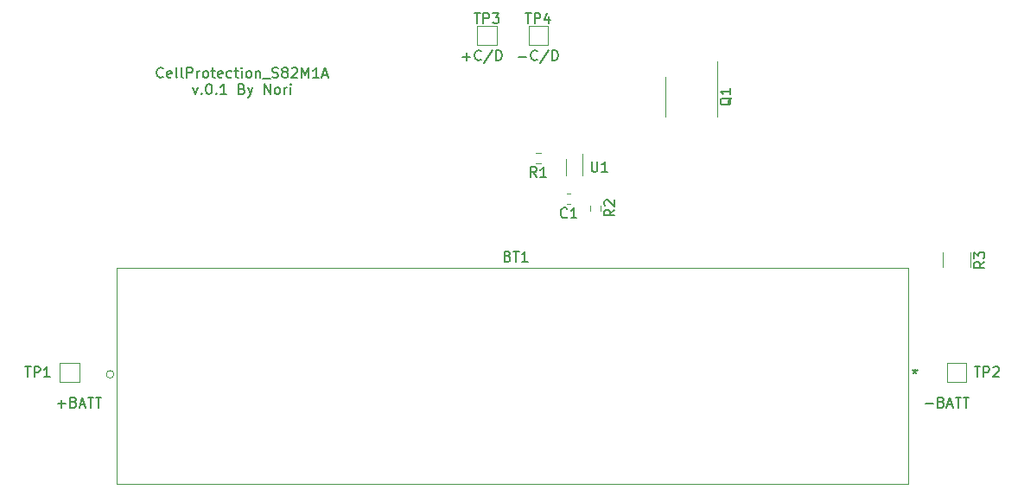
<source format=gto>
%TF.GenerationSoftware,KiCad,Pcbnew,(6.0.7)*%
%TF.CreationDate,2022-08-26T02:07:21+09:00*%
%TF.ProjectId,CellProtection_S82M1A,43656c6c-5072-46f7-9465-6374696f6e5f,rev?*%
%TF.SameCoordinates,Original*%
%TF.FileFunction,Legend,Top*%
%TF.FilePolarity,Positive*%
%FSLAX46Y46*%
G04 Gerber Fmt 4.6, Leading zero omitted, Abs format (unit mm)*
G04 Created by KiCad (PCBNEW (6.0.7)) date 2022-08-26 02:07:21*
%MOMM*%
%LPD*%
G01*
G04 APERTURE LIST*
%ADD10C,0.150000*%
%ADD11C,0.120000*%
G04 APERTURE END LIST*
D10*
X110738095Y-73052142D02*
X110690476Y-73099761D01*
X110547619Y-73147380D01*
X110452380Y-73147380D01*
X110309523Y-73099761D01*
X110214285Y-73004523D01*
X110166666Y-72909285D01*
X110119047Y-72718809D01*
X110119047Y-72575952D01*
X110166666Y-72385476D01*
X110214285Y-72290238D01*
X110309523Y-72195000D01*
X110452380Y-72147380D01*
X110547619Y-72147380D01*
X110690476Y-72195000D01*
X110738095Y-72242619D01*
X111547619Y-73099761D02*
X111452380Y-73147380D01*
X111261904Y-73147380D01*
X111166666Y-73099761D01*
X111119047Y-73004523D01*
X111119047Y-72623571D01*
X111166666Y-72528333D01*
X111261904Y-72480714D01*
X111452380Y-72480714D01*
X111547619Y-72528333D01*
X111595238Y-72623571D01*
X111595238Y-72718809D01*
X111119047Y-72814047D01*
X112166666Y-73147380D02*
X112071428Y-73099761D01*
X112023809Y-73004523D01*
X112023809Y-72147380D01*
X112690476Y-73147380D02*
X112595238Y-73099761D01*
X112547619Y-73004523D01*
X112547619Y-72147380D01*
X113071428Y-73147380D02*
X113071428Y-72147380D01*
X113452380Y-72147380D01*
X113547619Y-72195000D01*
X113595238Y-72242619D01*
X113642857Y-72337857D01*
X113642857Y-72480714D01*
X113595238Y-72575952D01*
X113547619Y-72623571D01*
X113452380Y-72671190D01*
X113071428Y-72671190D01*
X114071428Y-73147380D02*
X114071428Y-72480714D01*
X114071428Y-72671190D02*
X114119047Y-72575952D01*
X114166666Y-72528333D01*
X114261904Y-72480714D01*
X114357142Y-72480714D01*
X114833333Y-73147380D02*
X114738095Y-73099761D01*
X114690476Y-73052142D01*
X114642857Y-72956904D01*
X114642857Y-72671190D01*
X114690476Y-72575952D01*
X114738095Y-72528333D01*
X114833333Y-72480714D01*
X114976190Y-72480714D01*
X115071428Y-72528333D01*
X115119047Y-72575952D01*
X115166666Y-72671190D01*
X115166666Y-72956904D01*
X115119047Y-73052142D01*
X115071428Y-73099761D01*
X114976190Y-73147380D01*
X114833333Y-73147380D01*
X115452380Y-72480714D02*
X115833333Y-72480714D01*
X115595238Y-72147380D02*
X115595238Y-73004523D01*
X115642857Y-73099761D01*
X115738095Y-73147380D01*
X115833333Y-73147380D01*
X116547619Y-73099761D02*
X116452380Y-73147380D01*
X116261904Y-73147380D01*
X116166666Y-73099761D01*
X116119047Y-73004523D01*
X116119047Y-72623571D01*
X116166666Y-72528333D01*
X116261904Y-72480714D01*
X116452380Y-72480714D01*
X116547619Y-72528333D01*
X116595238Y-72623571D01*
X116595238Y-72718809D01*
X116119047Y-72814047D01*
X117452380Y-73099761D02*
X117357142Y-73147380D01*
X117166666Y-73147380D01*
X117071428Y-73099761D01*
X117023809Y-73052142D01*
X116976190Y-72956904D01*
X116976190Y-72671190D01*
X117023809Y-72575952D01*
X117071428Y-72528333D01*
X117166666Y-72480714D01*
X117357142Y-72480714D01*
X117452380Y-72528333D01*
X117738095Y-72480714D02*
X118119047Y-72480714D01*
X117880952Y-72147380D02*
X117880952Y-73004523D01*
X117928571Y-73099761D01*
X118023809Y-73147380D01*
X118119047Y-73147380D01*
X118452380Y-73147380D02*
X118452380Y-72480714D01*
X118452380Y-72147380D02*
X118404761Y-72195000D01*
X118452380Y-72242619D01*
X118500000Y-72195000D01*
X118452380Y-72147380D01*
X118452380Y-72242619D01*
X119071428Y-73147380D02*
X118976190Y-73099761D01*
X118928571Y-73052142D01*
X118880952Y-72956904D01*
X118880952Y-72671190D01*
X118928571Y-72575952D01*
X118976190Y-72528333D01*
X119071428Y-72480714D01*
X119214285Y-72480714D01*
X119309523Y-72528333D01*
X119357142Y-72575952D01*
X119404761Y-72671190D01*
X119404761Y-72956904D01*
X119357142Y-73052142D01*
X119309523Y-73099761D01*
X119214285Y-73147380D01*
X119071428Y-73147380D01*
X119833333Y-72480714D02*
X119833333Y-73147380D01*
X119833333Y-72575952D02*
X119880952Y-72528333D01*
X119976190Y-72480714D01*
X120119047Y-72480714D01*
X120214285Y-72528333D01*
X120261904Y-72623571D01*
X120261904Y-73147380D01*
X120500000Y-73242619D02*
X121261904Y-73242619D01*
X121452380Y-73099761D02*
X121595238Y-73147380D01*
X121833333Y-73147380D01*
X121928571Y-73099761D01*
X121976190Y-73052142D01*
X122023809Y-72956904D01*
X122023809Y-72861666D01*
X121976190Y-72766428D01*
X121928571Y-72718809D01*
X121833333Y-72671190D01*
X121642857Y-72623571D01*
X121547619Y-72575952D01*
X121500000Y-72528333D01*
X121452380Y-72433095D01*
X121452380Y-72337857D01*
X121500000Y-72242619D01*
X121547619Y-72195000D01*
X121642857Y-72147380D01*
X121880952Y-72147380D01*
X122023809Y-72195000D01*
X122595238Y-72575952D02*
X122500000Y-72528333D01*
X122452380Y-72480714D01*
X122404761Y-72385476D01*
X122404761Y-72337857D01*
X122452380Y-72242619D01*
X122500000Y-72195000D01*
X122595238Y-72147380D01*
X122785714Y-72147380D01*
X122880952Y-72195000D01*
X122928571Y-72242619D01*
X122976190Y-72337857D01*
X122976190Y-72385476D01*
X122928571Y-72480714D01*
X122880952Y-72528333D01*
X122785714Y-72575952D01*
X122595238Y-72575952D01*
X122500000Y-72623571D01*
X122452380Y-72671190D01*
X122404761Y-72766428D01*
X122404761Y-72956904D01*
X122452380Y-73052142D01*
X122500000Y-73099761D01*
X122595238Y-73147380D01*
X122785714Y-73147380D01*
X122880952Y-73099761D01*
X122928571Y-73052142D01*
X122976190Y-72956904D01*
X122976190Y-72766428D01*
X122928571Y-72671190D01*
X122880952Y-72623571D01*
X122785714Y-72575952D01*
X123357142Y-72242619D02*
X123404761Y-72195000D01*
X123500000Y-72147380D01*
X123738095Y-72147380D01*
X123833333Y-72195000D01*
X123880952Y-72242619D01*
X123928571Y-72337857D01*
X123928571Y-72433095D01*
X123880952Y-72575952D01*
X123309523Y-73147380D01*
X123928571Y-73147380D01*
X124357142Y-73147380D02*
X124357142Y-72147380D01*
X124690476Y-72861666D01*
X125023809Y-72147380D01*
X125023809Y-73147380D01*
X126023809Y-73147380D02*
X125452380Y-73147380D01*
X125738095Y-73147380D02*
X125738095Y-72147380D01*
X125642857Y-72290238D01*
X125547619Y-72385476D01*
X125452380Y-72433095D01*
X126404761Y-72861666D02*
X126880952Y-72861666D01*
X126309523Y-73147380D02*
X126642857Y-72147380D01*
X126976190Y-73147380D01*
X113666666Y-74090714D02*
X113904761Y-74757380D01*
X114142857Y-74090714D01*
X114523809Y-74662142D02*
X114571428Y-74709761D01*
X114523809Y-74757380D01*
X114476190Y-74709761D01*
X114523809Y-74662142D01*
X114523809Y-74757380D01*
X115190476Y-73757380D02*
X115285714Y-73757380D01*
X115380952Y-73805000D01*
X115428571Y-73852619D01*
X115476190Y-73947857D01*
X115523809Y-74138333D01*
X115523809Y-74376428D01*
X115476190Y-74566904D01*
X115428571Y-74662142D01*
X115380952Y-74709761D01*
X115285714Y-74757380D01*
X115190476Y-74757380D01*
X115095238Y-74709761D01*
X115047619Y-74662142D01*
X115000000Y-74566904D01*
X114952380Y-74376428D01*
X114952380Y-74138333D01*
X115000000Y-73947857D01*
X115047619Y-73852619D01*
X115095238Y-73805000D01*
X115190476Y-73757380D01*
X115952380Y-74662142D02*
X116000000Y-74709761D01*
X115952380Y-74757380D01*
X115904761Y-74709761D01*
X115952380Y-74662142D01*
X115952380Y-74757380D01*
X116952380Y-74757380D02*
X116380952Y-74757380D01*
X116666666Y-74757380D02*
X116666666Y-73757380D01*
X116571428Y-73900238D01*
X116476190Y-73995476D01*
X116380952Y-74043095D01*
X118476190Y-74233571D02*
X118619047Y-74281190D01*
X118666666Y-74328809D01*
X118714285Y-74424047D01*
X118714285Y-74566904D01*
X118666666Y-74662142D01*
X118619047Y-74709761D01*
X118523809Y-74757380D01*
X118142857Y-74757380D01*
X118142857Y-73757380D01*
X118476190Y-73757380D01*
X118571428Y-73805000D01*
X118619047Y-73852619D01*
X118666666Y-73947857D01*
X118666666Y-74043095D01*
X118619047Y-74138333D01*
X118571428Y-74185952D01*
X118476190Y-74233571D01*
X118142857Y-74233571D01*
X119047619Y-74090714D02*
X119285714Y-74757380D01*
X119523809Y-74090714D02*
X119285714Y-74757380D01*
X119190476Y-74995476D01*
X119142857Y-75043095D01*
X119047619Y-75090714D01*
X120666666Y-74757380D02*
X120666666Y-73757380D01*
X121238095Y-74757380D01*
X121238095Y-73757380D01*
X121857142Y-74757380D02*
X121761904Y-74709761D01*
X121714285Y-74662142D01*
X121666666Y-74566904D01*
X121666666Y-74281190D01*
X121714285Y-74185952D01*
X121761904Y-74138333D01*
X121857142Y-74090714D01*
X122000000Y-74090714D01*
X122095238Y-74138333D01*
X122142857Y-74185952D01*
X122190476Y-74281190D01*
X122190476Y-74566904D01*
X122142857Y-74662142D01*
X122095238Y-74709761D01*
X122000000Y-74757380D01*
X121857142Y-74757380D01*
X122619047Y-74757380D02*
X122619047Y-74090714D01*
X122619047Y-74281190D02*
X122666666Y-74185952D01*
X122714285Y-74138333D01*
X122809523Y-74090714D01*
X122904761Y-74090714D01*
X123238095Y-74757380D02*
X123238095Y-74090714D01*
X123238095Y-73757380D02*
X123190476Y-73805000D01*
X123238095Y-73852619D01*
X123285714Y-73805000D01*
X123238095Y-73757380D01*
X123238095Y-73852619D01*
X140095238Y-71071428D02*
X140857142Y-71071428D01*
X140476190Y-71452380D02*
X140476190Y-70690476D01*
X141904761Y-71357142D02*
X141857142Y-71404761D01*
X141714285Y-71452380D01*
X141619047Y-71452380D01*
X141476190Y-71404761D01*
X141380952Y-71309523D01*
X141333333Y-71214285D01*
X141285714Y-71023809D01*
X141285714Y-70880952D01*
X141333333Y-70690476D01*
X141380952Y-70595238D01*
X141476190Y-70500000D01*
X141619047Y-70452380D01*
X141714285Y-70452380D01*
X141857142Y-70500000D01*
X141904761Y-70547619D01*
X143047619Y-70404761D02*
X142190476Y-71690476D01*
X143380952Y-71452380D02*
X143380952Y-70452380D01*
X143619047Y-70452380D01*
X143761904Y-70500000D01*
X143857142Y-70595238D01*
X143904761Y-70690476D01*
X143952380Y-70880952D01*
X143952380Y-71023809D01*
X143904761Y-71214285D01*
X143857142Y-71309523D01*
X143761904Y-71404761D01*
X143619047Y-71452380D01*
X143380952Y-71452380D01*
X145595238Y-71071428D02*
X146357142Y-71071428D01*
X147404761Y-71357142D02*
X147357142Y-71404761D01*
X147214285Y-71452380D01*
X147119047Y-71452380D01*
X146976190Y-71404761D01*
X146880952Y-71309523D01*
X146833333Y-71214285D01*
X146785714Y-71023809D01*
X146785714Y-70880952D01*
X146833333Y-70690476D01*
X146880952Y-70595238D01*
X146976190Y-70500000D01*
X147119047Y-70452380D01*
X147214285Y-70452380D01*
X147357142Y-70500000D01*
X147404761Y-70547619D01*
X148547619Y-70404761D02*
X147690476Y-71690476D01*
X148880952Y-71452380D02*
X148880952Y-70452380D01*
X149119047Y-70452380D01*
X149261904Y-70500000D01*
X149357142Y-70595238D01*
X149404761Y-70690476D01*
X149452380Y-70880952D01*
X149452380Y-71023809D01*
X149404761Y-71214285D01*
X149357142Y-71309523D01*
X149261904Y-71404761D01*
X149119047Y-71452380D01*
X148880952Y-71452380D01*
X100428571Y-105071428D02*
X101190476Y-105071428D01*
X100809523Y-105452380D02*
X100809523Y-104690476D01*
X102000000Y-104928571D02*
X102142857Y-104976190D01*
X102190476Y-105023809D01*
X102238095Y-105119047D01*
X102238095Y-105261904D01*
X102190476Y-105357142D01*
X102142857Y-105404761D01*
X102047619Y-105452380D01*
X101666666Y-105452380D01*
X101666666Y-104452380D01*
X102000000Y-104452380D01*
X102095238Y-104500000D01*
X102142857Y-104547619D01*
X102190476Y-104642857D01*
X102190476Y-104738095D01*
X102142857Y-104833333D01*
X102095238Y-104880952D01*
X102000000Y-104928571D01*
X101666666Y-104928571D01*
X102619047Y-105166666D02*
X103095238Y-105166666D01*
X102523809Y-105452380D02*
X102857142Y-104452380D01*
X103190476Y-105452380D01*
X103380952Y-104452380D02*
X103952380Y-104452380D01*
X103666666Y-105452380D02*
X103666666Y-104452380D01*
X104142857Y-104452380D02*
X104714285Y-104452380D01*
X104428571Y-105452380D02*
X104428571Y-104452380D01*
X185428571Y-105071428D02*
X186190476Y-105071428D01*
X187000000Y-104928571D02*
X187142857Y-104976190D01*
X187190476Y-105023809D01*
X187238095Y-105119047D01*
X187238095Y-105261904D01*
X187190476Y-105357142D01*
X187142857Y-105404761D01*
X187047619Y-105452380D01*
X186666666Y-105452380D01*
X186666666Y-104452380D01*
X187000000Y-104452380D01*
X187095238Y-104500000D01*
X187142857Y-104547619D01*
X187190476Y-104642857D01*
X187190476Y-104738095D01*
X187142857Y-104833333D01*
X187095238Y-104880952D01*
X187000000Y-104928571D01*
X186666666Y-104928571D01*
X187619047Y-105166666D02*
X188095238Y-105166666D01*
X187523809Y-105452380D02*
X187857142Y-104452380D01*
X188190476Y-105452380D01*
X188380952Y-104452380D02*
X188952380Y-104452380D01*
X188666666Y-105452380D02*
X188666666Y-104452380D01*
X189142857Y-104452380D02*
X189714285Y-104452380D01*
X189428571Y-105452380D02*
X189428571Y-104452380D01*
%TO.C,U1*%
X152738095Y-81352380D02*
X152738095Y-82161904D01*
X152785714Y-82257142D01*
X152833333Y-82304761D01*
X152928571Y-82352380D01*
X153119047Y-82352380D01*
X153214285Y-82304761D01*
X153261904Y-82257142D01*
X153309523Y-82161904D01*
X153309523Y-81352380D01*
X154309523Y-82352380D02*
X153738095Y-82352380D01*
X154023809Y-82352380D02*
X154023809Y-81352380D01*
X153928571Y-81495238D01*
X153833333Y-81590476D01*
X153738095Y-81638095D01*
%TO.C,R2*%
X154982380Y-86066666D02*
X154506190Y-86400000D01*
X154982380Y-86638095D02*
X153982380Y-86638095D01*
X153982380Y-86257142D01*
X154030000Y-86161904D01*
X154077619Y-86114285D01*
X154172857Y-86066666D01*
X154315714Y-86066666D01*
X154410952Y-86114285D01*
X154458571Y-86161904D01*
X154506190Y-86257142D01*
X154506190Y-86638095D01*
X154077619Y-85685714D02*
X154030000Y-85638095D01*
X153982380Y-85542857D01*
X153982380Y-85304761D01*
X154030000Y-85209523D01*
X154077619Y-85161904D01*
X154172857Y-85114285D01*
X154268095Y-85114285D01*
X154410952Y-85161904D01*
X154982380Y-85733333D01*
X154982380Y-85114285D01*
%TO.C,Q1*%
X166447619Y-75095238D02*
X166400000Y-75190476D01*
X166304761Y-75285714D01*
X166161904Y-75428571D01*
X166114285Y-75523809D01*
X166114285Y-75619047D01*
X166352380Y-75571428D02*
X166304761Y-75666666D01*
X166209523Y-75761904D01*
X166019047Y-75809523D01*
X165685714Y-75809523D01*
X165495238Y-75761904D01*
X165400000Y-75666666D01*
X165352380Y-75571428D01*
X165352380Y-75380952D01*
X165400000Y-75285714D01*
X165495238Y-75190476D01*
X165685714Y-75142857D01*
X166019047Y-75142857D01*
X166209523Y-75190476D01*
X166304761Y-75285714D01*
X166352380Y-75380952D01*
X166352380Y-75571428D01*
X166352380Y-74190476D02*
X166352380Y-74761904D01*
X166352380Y-74476190D02*
X165352380Y-74476190D01*
X165495238Y-74571428D01*
X165590476Y-74666666D01*
X165638095Y-74761904D01*
%TO.C,BT1*%
X144526635Y-90628571D02*
X144669492Y-90676190D01*
X144717111Y-90723809D01*
X144764730Y-90819047D01*
X144764730Y-90961904D01*
X144717111Y-91057142D01*
X144669492Y-91104761D01*
X144574254Y-91152380D01*
X144193302Y-91152380D01*
X144193302Y-90152380D01*
X144526635Y-90152380D01*
X144621873Y-90200000D01*
X144669492Y-90247619D01*
X144717111Y-90342857D01*
X144717111Y-90438095D01*
X144669492Y-90533333D01*
X144621873Y-90580952D01*
X144526635Y-90628571D01*
X144193302Y-90628571D01*
X145050445Y-90152380D02*
X145621873Y-90152380D01*
X145336159Y-91152380D02*
X145336159Y-90152380D01*
X146479016Y-91152380D02*
X145907588Y-91152380D01*
X146193302Y-91152380D02*
X146193302Y-90152380D01*
X146098064Y-90295238D01*
X146002826Y-90390476D01*
X145907588Y-90438095D01*
X184412350Y-101652380D02*
X184412350Y-101890476D01*
X184174254Y-101795238D02*
X184412350Y-101890476D01*
X184650445Y-101795238D01*
X184269492Y-102080952D02*
X184412350Y-101890476D01*
X184555207Y-102080952D01*
%TO.C,TP4*%
X146238095Y-66804380D02*
X146809523Y-66804380D01*
X146523809Y-67804380D02*
X146523809Y-66804380D01*
X147142857Y-67804380D02*
X147142857Y-66804380D01*
X147523809Y-66804380D01*
X147619047Y-66852000D01*
X147666666Y-66899619D01*
X147714285Y-66994857D01*
X147714285Y-67137714D01*
X147666666Y-67232952D01*
X147619047Y-67280571D01*
X147523809Y-67328190D01*
X147142857Y-67328190D01*
X148571428Y-67137714D02*
X148571428Y-67804380D01*
X148333333Y-66756761D02*
X148095238Y-67471047D01*
X148714285Y-67471047D01*
%TO.C,C1*%
X150333333Y-86787142D02*
X150285714Y-86834761D01*
X150142857Y-86882380D01*
X150047619Y-86882380D01*
X149904761Y-86834761D01*
X149809523Y-86739523D01*
X149761904Y-86644285D01*
X149714285Y-86453809D01*
X149714285Y-86310952D01*
X149761904Y-86120476D01*
X149809523Y-86025238D01*
X149904761Y-85930000D01*
X150047619Y-85882380D01*
X150142857Y-85882380D01*
X150285714Y-85930000D01*
X150333333Y-85977619D01*
X151285714Y-86882380D02*
X150714285Y-86882380D01*
X151000000Y-86882380D02*
X151000000Y-85882380D01*
X150904761Y-86025238D01*
X150809523Y-86120476D01*
X150714285Y-86168095D01*
%TO.C,TP2*%
X190238095Y-101452380D02*
X190809523Y-101452380D01*
X190523809Y-102452380D02*
X190523809Y-101452380D01*
X191142857Y-102452380D02*
X191142857Y-101452380D01*
X191523809Y-101452380D01*
X191619047Y-101500000D01*
X191666666Y-101547619D01*
X191714285Y-101642857D01*
X191714285Y-101785714D01*
X191666666Y-101880952D01*
X191619047Y-101928571D01*
X191523809Y-101976190D01*
X191142857Y-101976190D01*
X192095238Y-101547619D02*
X192142857Y-101500000D01*
X192238095Y-101452380D01*
X192476190Y-101452380D01*
X192571428Y-101500000D01*
X192619047Y-101547619D01*
X192666666Y-101642857D01*
X192666666Y-101738095D01*
X192619047Y-101880952D01*
X192047619Y-102452380D01*
X192666666Y-102452380D01*
%TO.C,TP3*%
X141238095Y-66804380D02*
X141809523Y-66804380D01*
X141523809Y-67804380D02*
X141523809Y-66804380D01*
X142142857Y-67804380D02*
X142142857Y-66804380D01*
X142523809Y-66804380D01*
X142619047Y-66852000D01*
X142666666Y-66899619D01*
X142714285Y-66994857D01*
X142714285Y-67137714D01*
X142666666Y-67232952D01*
X142619047Y-67280571D01*
X142523809Y-67328190D01*
X142142857Y-67328190D01*
X143047619Y-66804380D02*
X143666666Y-66804380D01*
X143333333Y-67185333D01*
X143476190Y-67185333D01*
X143571428Y-67232952D01*
X143619047Y-67280571D01*
X143666666Y-67375809D01*
X143666666Y-67613904D01*
X143619047Y-67709142D01*
X143571428Y-67756761D01*
X143476190Y-67804380D01*
X143190476Y-67804380D01*
X143095238Y-67756761D01*
X143047619Y-67709142D01*
%TO.C,R3*%
X191232380Y-91166666D02*
X190756190Y-91500000D01*
X191232380Y-91738095D02*
X190232380Y-91738095D01*
X190232380Y-91357142D01*
X190280000Y-91261904D01*
X190327619Y-91214285D01*
X190422857Y-91166666D01*
X190565714Y-91166666D01*
X190660952Y-91214285D01*
X190708571Y-91261904D01*
X190756190Y-91357142D01*
X190756190Y-91738095D01*
X190232380Y-90833333D02*
X190232380Y-90214285D01*
X190613333Y-90547619D01*
X190613333Y-90404761D01*
X190660952Y-90309523D01*
X190708571Y-90261904D01*
X190803809Y-90214285D01*
X191041904Y-90214285D01*
X191137142Y-90261904D01*
X191184761Y-90309523D01*
X191232380Y-90404761D01*
X191232380Y-90690476D01*
X191184761Y-90785714D01*
X191137142Y-90833333D01*
%TO.C,R1*%
X147333333Y-82882380D02*
X147000000Y-82406190D01*
X146761904Y-82882380D02*
X146761904Y-81882380D01*
X147142857Y-81882380D01*
X147238095Y-81930000D01*
X147285714Y-81977619D01*
X147333333Y-82072857D01*
X147333333Y-82215714D01*
X147285714Y-82310952D01*
X147238095Y-82358571D01*
X147142857Y-82406190D01*
X146761904Y-82406190D01*
X148285714Y-82882380D02*
X147714285Y-82882380D01*
X148000000Y-82882380D02*
X148000000Y-81882380D01*
X147904761Y-82025238D01*
X147809523Y-82120476D01*
X147714285Y-82168095D01*
%TO.C,TP1*%
X97238095Y-101452380D02*
X97809523Y-101452380D01*
X97523809Y-102452380D02*
X97523809Y-101452380D01*
X98142857Y-102452380D02*
X98142857Y-101452380D01*
X98523809Y-101452380D01*
X98619047Y-101500000D01*
X98666666Y-101547619D01*
X98714285Y-101642857D01*
X98714285Y-101785714D01*
X98666666Y-101880952D01*
X98619047Y-101928571D01*
X98523809Y-101976190D01*
X98142857Y-101976190D01*
X99666666Y-102452380D02*
X99095238Y-102452380D01*
X99380952Y-102452380D02*
X99380952Y-101452380D01*
X99285714Y-101595238D01*
X99190476Y-101690476D01*
X99095238Y-101738095D01*
D11*
%TO.C,U1*%
X150200000Y-81100000D02*
X150200000Y-82700000D01*
X151800000Y-80600000D02*
X151800000Y-82700000D01*
%TO.C,R2*%
X153622500Y-85645276D02*
X153622500Y-86154724D01*
X152577500Y-85645276D02*
X152577500Y-86154724D01*
%TO.C,Q1*%
X165060000Y-75000000D02*
X165060000Y-76950000D01*
X159940000Y-75000000D02*
X159940000Y-76950000D01*
X165060000Y-75000000D02*
X165060000Y-71550000D01*
X159940000Y-75000000D02*
X159940000Y-73050000D01*
%TO.C,BT1*%
X106195050Y-91747900D02*
X106195050Y-112906100D01*
X106195050Y-112906100D02*
X183766650Y-112906100D01*
X183766650Y-91747900D02*
X106195050Y-91747900D01*
X183766650Y-112906100D02*
X183766650Y-91747900D01*
X105941050Y-102200000D02*
G75*
G03*
X105941050Y-102200000I-381000J0D01*
G01*
%TO.C,TP4*%
X146550000Y-69950000D02*
X146550000Y-68050000D01*
X146550000Y-68050000D02*
X148450000Y-68050000D01*
X148450000Y-68050000D02*
X148450000Y-69950000D01*
X148450000Y-69950000D02*
X146550000Y-69950000D01*
%TO.C,C1*%
X150646267Y-84490000D02*
X150353733Y-84490000D01*
X150646267Y-85510000D02*
X150353733Y-85510000D01*
%TO.C,TP2*%
X189450000Y-102950000D02*
X187550000Y-102950000D01*
X187550000Y-102950000D02*
X187550000Y-101050000D01*
X189450000Y-101050000D02*
X189450000Y-102950000D01*
X187550000Y-101050000D02*
X189450000Y-101050000D01*
%TO.C,TP3*%
X141550000Y-68050000D02*
X143450000Y-68050000D01*
X141550000Y-69950000D02*
X141550000Y-68050000D01*
X143450000Y-68050000D02*
X143450000Y-69950000D01*
X143450000Y-69950000D02*
X141550000Y-69950000D01*
%TO.C,R3*%
X187145000Y-90276263D02*
X187145000Y-91723737D01*
X189855000Y-90276263D02*
X189855000Y-91723737D01*
%TO.C,R1*%
X147754724Y-81522500D02*
X147245276Y-81522500D01*
X147754724Y-80477500D02*
X147245276Y-80477500D01*
%TO.C,TP1*%
X102550000Y-102950000D02*
X100650000Y-102950000D01*
X100650000Y-102950000D02*
X100650000Y-101050000D01*
X102550000Y-101050000D02*
X102550000Y-102950000D01*
X100650000Y-101050000D02*
X102550000Y-101050000D01*
%TD*%
M02*

</source>
